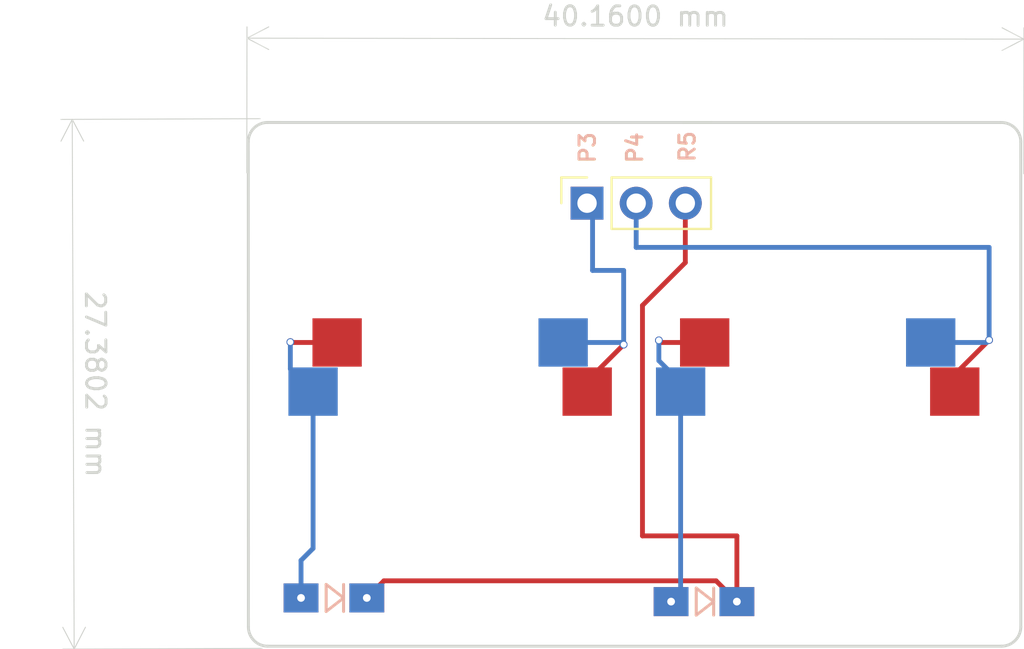
<source format=kicad_pcb>
(kicad_pcb (version 20211014) (generator pcbnew)
  (title_block (title "phoenix") (date "2022-12-31") (rev "v1.0.0") (company "Feencks"))
  (layers (0 "F.Cu" signal) (31 "B.Cu" signal) (34 "B.Paste" user) (35 "F.Paste" user) (36 "B.SilkS" user "B.Silkscreen") (37 "F.SilkS" user "F.Silkscreen") (38 "B.Mask" user) (39 "F.Mask" user) (44 "Edge.Cuts" user))
  (net 0 "")
  (net 1 "P3")
  (net 2 "P4")
  (net 3 "row5")
  (net 4 "R30")
  (net 5 "R31")
  (footprint "Connector_PinSocket_2.54mm:PinSocket_1x03_P2.54mm_Vertical" (layer "F.Cu") (at 147.4895 130.15019 90)
    (fp_text reference "REF**" hide)
    (fp_text value "PinSocket_1x03_P2.54mm_Vertical" hide)
    (fp_line (start -1.33 1.27) (end 1.33 1.27) (layer "F.SilkS") (width 0.12))
    (fp_line (start -1.33 6.41) (end 1.33 6.41) (layer "F.SilkS") (width 0.12))
    (fp_line (start -1.33 1.27) (end -1.33 6.41) (layer "F.SilkS") (width 0.12))
    (fp_line (start 0 -1.33) (end 1.33 -1.33) (layer "F.SilkS") (width 0.12))
    (fp_line (start 1.33 -1.33) (end 1.33 0) (layer "F.SilkS") (width 0.12))
    (fp_line (start 1.33 1.27) (end 1.33 6.41) (layer "F.SilkS") (width 0.12))
    (pad "1" thru_hole rect (at 0 0 90) (size 1.7 1.7) (drill 1) (layers *.Cu *.Mask) (net 1 "P3"))
    (pad "2" thru_hole oval (at 0 2.54 90) (size 1.7 1.7) (drill 1) (layers *.Cu *.Mask) (net 2 "P4"))
    (pad "3" thru_hole oval (at 0 5.08 90) (size 1.7 1.7) (drill 1) (layers *.Cu *.Mask) (net 3 "row5"))
  )
  (footprint "MX" (layer "F.Cu") (at 159.412 142.43)
    (fp_text reference "S7" hide)
    (fp_text value "" hide)
    (pad "" np_thru_hole circle locked (at 0 0) (size 3.9878 3.9878) (drill 3.9878) (layers *.Cu *.Mask))
    (pad "" np_thru_hole circle locked (at -5.08 0) (size 1.7018 1.7018) (drill 1.7018) (layers *.Cu *.Mask))
    (pad "" np_thru_hole circle locked (at -2.54 -5.08) (size 3 3) (drill 3) (layers *.Cu *.Mask))
    (pad "" np_thru_hole circle locked (at 2.54 -5.08) (size 3 3) (drill 3) (layers *.Cu *.Mask))
    (pad "" np_thru_hole circle locked (at 3.81 -2.54) (size 3 3) (drill 3) (layers *.Cu *.Mask))
    (pad "" np_thru_hole circle locked (at -3.81 -2.54) (size 3 3) (drill 3) (layers *.Cu *.Mask))
    (pad "" np_thru_hole circle locked (at 5.08 0) (size 1.7018 1.7018) (drill 1.7018) (layers *.Cu *.Mask))
    (pad "1" smd rect locked (at -7.085 -2.54 180) (size 2.55 2.5) (layers "B.Cu" "B.Paste" "B.Mask") (net 5 "R31"))
    (pad "1" smd rect locked (at -5.842 -5.08 180) (size 2.55 2.5) (layers "F.Cu" "F.Paste" "F.Mask") (net 5 "R31"))
    (pad "2" smd rect locked (at 5.842 -5.08 180) (size 2.55 2.5) (layers "B.Cu" "B.Paste" "B.Mask") (net 2 "P4"))
    (pad "2" smd rect locked (at 7.085 -2.54 180) (size 2.55 2.5) (layers "F.Cu" "F.Paste" "F.Mask") (net 2 "P4"))
  )
  (footprint "MX" (layer "F.Cu") (at 140.412 142.43)
    (fp_text reference "S2" hide)
    (fp_text value "" hide)
    (pad "" np_thru_hole circle locked (at 0 0) (size 3.9878 3.9878) (drill 3.9878) (layers *.Cu *.Mask))
    (pad "" np_thru_hole circle locked (at -2.54 -5.08) (size 3 3) (drill 3) (layers *.Cu *.Mask))
    (pad "" np_thru_hole circle locked (at 5.08 0) (size 1.7018 1.7018) (drill 1.7018) (layers *.Cu *.Mask))
    (pad "" np_thru_hole circle locked (at -5.08 0) (size 1.7018 1.7018) (drill 1.7018) (layers *.Cu *.Mask))
    (pad "" np_thru_hole circle locked (at 2.54 -5.08) (size 3 3) (drill 3) (layers *.Cu *.Mask))
    (pad "" np_thru_hole circle locked (at -3.81 -2.54) (size 3 3) (drill 3) (layers *.Cu *.Mask))
    (pad "" np_thru_hole circle locked (at 3.81 -2.54) (size 3 3) (drill 3) (layers *.Cu *.Mask))
    (pad "1" smd rect locked (at -5.842 -5.08 180) (size 2.55 2.5) (layers "F.Cu" "F.Paste" "F.Mask") (net 4 "R30"))
    (pad "1" smd rect locked (at -7.085 -2.54 180) (size 2.55 2.5) (layers "B.Cu" "B.Paste" "B.Mask") (net 4 "R30"))
    (pad "2" smd rect locked (at 5.842 -5.08 180) (size 2.55 2.5) (layers "B.Cu" "B.Paste" "B.Mask") (net 1 "P3"))
    (pad "2" smd rect locked (at 7.085 -2.54 180) (size 2.55 2.5) (layers "F.Cu" "F.Paste" "F.Mask") (net 1 "P3"))
  )
  (footprint "SofleKeyboard-footprint:Diode_SOD123" (layer "B.Cu") (at 153.5345 150.74519 180)
    (fp_text reference "D25" hide)
    (fp_text value "D" hide)
    (fp_line (start 0.4 -0.7) (end -0.5 0) (layer "B.SilkS") (width 0.15))
    (fp_line (start -0.5 0) (end 0.4 0.7) (layer "B.SilkS") (width 0.15))
    (fp_line (start 0.4 0.7) (end 0.4 -0.7) (layer "B.SilkS") (width 0.15))
    (fp_line (start -0.5 0.7) (end -0.5 -0.7) (layer "B.SilkS") (width 0.15))
    (fp_line (start -0.5 0) (end 0.4 0.7) (layer "F.SilkS") (width 0.15))
    (fp_line (start -0.5 0.7) (end -0.5 -0.7) (layer "F.SilkS") (width 0.15))
    (fp_line (start 0.4 0.7) (end 0.4 -0.7) (layer "F.SilkS") (width 0.15))
    (fp_line (start 0.4 -0.7) (end -0.5 0) (layer "F.SilkS") (width 0.15))
    (pad "1" thru_hole rect locked (at 1.7 0 180) (size 1.8 1.5) (drill 0.4) (layers *.Cu *.Mask) (net 5 "R31"))
    (pad "2" thru_hole rect locked (at -1.7 0 180) (size 1.8 1.5) (drill 0.4) (layers *.Cu *.Mask) (net 3 "row5"))
  )
  (footprint "SofleKeyboard-footprint:Diode_SOD123" (layer "B.Cu") (at 134.4045 150.55519 180)
    (fp_text reference "D25" hide)
    (fp_text value "D" hide)
    (fp_line (start 0.4 0.7) (end 0.4 -0.7) (layer "B.SilkS") (width 0.15))
    (fp_line (start -0.5 0) (end 0.4 0.7) (layer "B.SilkS") (width 0.15))
    (fp_line (start 0.4 -0.7) (end -0.5 0) (layer "B.SilkS") (width 0.15))
    (fp_line (start -0.5 0.7) (end -0.5 -0.7) (layer "B.SilkS") (width 0.15))
    (fp_line (start 0.4 -0.7) (end -0.5 0) (layer "F.SilkS") (width 0.15))
    (fp_line (start -0.5 0) (end 0.4 0.7) (layer "F.SilkS") (width 0.15))
    (fp_line (start 0.4 0.7) (end 0.4 -0.7) (layer "F.SilkS") (width 0.15))
    (fp_line (start -0.5 0.7) (end -0.5 -0.7) (layer "F.SilkS") (width 0.15))
    (pad "1" thru_hole rect locked (at 1.7 0 180) (size 1.8 1.5) (drill 0.4) (layers *.Cu *.Mask) (net 4 "R30"))
    (pad "2" thru_hole rect locked (at -1.7 0 180) (size 1.8 1.5) (drill 0.4) (layers *.Cu *.Mask) (net 3 "row5"))
  )
  (gr_arc (start 169.912891 152.04981) (mid 169.620511 152.752482) (end 168.92 153.05) (layer "Edge.Cuts") (width 0.15))
  (gr_line (start 129.9825 152.04981) (end 129.977109 126.977109) (layer "Edge.Cuts") (width 0.15))
  (gr_line (start 169.91 126.98) (end 169.912891 152.04981) (layer "Edge.Cuts") (width 0.15))
  (gr_arc (start 129.977109 126.977109) (mid 130.27 126.27) (end 130.977109 125.977109) (layer "Edge.Cuts") (width 0.15))
  (gr_arc (start 168.87 125.98) (mid 169.60288 126.258605) (end 169.91 126.98) (layer "Edge.Cuts") (width 0.15))
  (gr_line (start 130.9825 153.04981) (end 168.92 153.05) (layer "Edge.Cuts") (width 0.15))
  (gr_line (start 168.87 125.98) (end 130.977109 125.977109) (layer "Edge.Cuts") (width 0.15))
  (gr_arc (start 130.9825 153.04981) (mid 130.27539 152.756917) (end 129.9825 152.04981) (layer "Edge.Cuts") (width 0.15))
  (gr_text "R5" (at 152.67 127.22 90) (layer "B.SilkS") (effects (font (size 0.8 0.8))))
  (gr_text "P3" (at 147.51 127.28 90) (layer "B.SilkS") (effects (font (size 0.8 0.8))))
  (gr_text "P4" (at 149.96 127.28 90) (layer "B.SilkS") (effects (font (size 0.8 0.8))))
  (gr_text "P4" (at 149.96 127.29 90) (layer "F.SilkS") (effects (font (size 0.8 0.8))))
  (gr_text "R5" (at 152.67 127.23 90) (layer "F.SilkS") (effects (font (size 0.8 0.8))))
  (gr_text "P3" (at 147.51 127.29 90) (layer "F.SilkS") (effects (font (size 0.8 0.8))))
  (dimension (type aligned) (layer "Edge.Cuts") (pts (xy 131.09 125.78) (xy 131.19 153.16)) (height 10.212371) (gr_text "27,3802 mm" (at 122.077689 139.503098 270.2092605) (layer "Edge.Cuts") (effects (font (size 1 1) (thickness 0.15)))) (format (units 3) (units_format 1) (precision 4)) (style (thickness 0.05) (arrow_length 1.27) (text_position_mode 0) (extension_height 0.58642) (extension_offset 0.5) keep_text_aligned))
  (dimension (type aligned) (layer "Edge.Cuts") (pts (xy 129.9 129.08) (xy 170.06 129.13)) (height -7.460377) (gr_text "40,1600 mm" (at 149.99072 120.49463 359.9286657) (layer "Edge.Cuts") (effects (font (size 1 1) (thickness 0.15)))) (format (units 3) (units_format 1) (precision 4)) (style (thickness 0.05) (arrow_length 1.27) (text_position_mode 0) (extension_height 0.58642) (extension_offset 0.5) keep_text_aligned))
  (segment (start 147.497 139.345) (end 147.497 139.89) (width 0.25) (layer "F.Cu") (net 1))
  (segment (start 149.382 137.46) (end 147.497 139.345) (width 0.25) (layer "F.Cu") (net 1))
  (via (at 149.382 137.46) (size 0.4) (drill 0.3) (layers "F.Cu" "B.Cu") (net 1))
  (segment (start 149.382 137.46) (end 149.382 133.62519) (width 0.25) (layer "B.Cu") (net 1))
  (segment (start 147.7745 133.62519) (end 147.7745 130.43519) (width 0.25) (layer "B.Cu") (net 1))
  (segment (start 149.382 137.46) (end 149.272 137.35) (width 0.25) (layer "B.Cu") (net 1))
  (segment (start 147.7745 130.43519) (end 147.4895 130.15019) (width 0.25) (layer "B.Cu") (net 1))
  (segment (start 149.272 137.35) (end 146.254 137.35) (width 0.25) (layer "B.Cu") (net 1))
  (segment (start 149.382 133.62519) (end 147.7745 133.62519) (width 0.25) (layer "B.Cu") (net 1))
  (segment (start 166.497 139.00269) (end 166.497 139.89) (width 0.25) (layer "F.Cu") (net 2))
  (segment (start 168.2745 137.22519) (end 166.497 139.00269) (width 0.25) (layer "F.Cu") (net 2))
  (via (at 168.2745 137.22519) (size 0.4) (drill 0.3) (layers "F.Cu" "B.Cu") (net 2))
  (segment (start 168.2645 137.21519) (end 168.2745 137.22519) (width 0.25) (layer "B.Cu") (net 2))
  (segment (start 168.2745 132.43519) (end 150.0295 132.43519) (width 0.25) (layer "B.Cu") (net 2))
  (segment (start 168.2745 137.22519) (end 168.14969 137.35) (width 0.25) (layer "B.Cu") (net 2))
  (segment (start 168.14969 137.35) (end 165.254 137.35) (width 0.25) (layer "B.Cu") (net 2))
  (segment (start 150.0295 132.43519) (end 150.0295 130.15019) (width 0.25) (layer "B.Cu") (net 2))
  (segment (start 168.2745 137.22519) (end 168.2745 132.43519) (width 0.25) (layer "B.Cu") (net 2))
  (segment (start 150.3545 147.347785) (end 150.3545 135.43519) (width 0.25) (layer "F.Cu") (net 3))
  (segment (start 136.9895 149.67019) (end 154.1595 149.67019) (width 0.25) (layer "F.Cu") (net 3))
  (segment (start 154.1595 149.67019) (end 155.2345 150.74519) (width 0.25) (layer "F.Cu") (net 3))
  (segment (start 136.1045 150.55519) (end 136.9895 149.67019) (width 0.25) (layer "F.Cu") (net 3))
  (segment (start 155.2345 150.74519) (end 155.3045 150.67519) (width 0.25) (layer "F.Cu") (net 3))
  (segment (start 150.3545 135.43519) (end 152.5695 133.22019) (width 0.25) (layer "F.Cu") (net 3))
  (segment (start 136.042 150.8) (end 136.28681 150.55519) (width 0.25) (layer "F.Cu") (net 3))
  (segment (start 155.2345 150.74519) (end 155.2345 147.347785) (width 0.25) (layer "F.Cu") (net 3))
  (segment (start 152.5695 133.22019) (end 152.5695 130.15019) (width 0.25) (layer "F.Cu") (net 3))
  (segment (start 155.2345 147.347785) (end 150.3545 147.347785) (width 0.25) (layer "F.Cu") (net 3))
  (segment (start 134.57 137.35) (end 132.172 137.35) (width 0.25) (layer "F.Cu") (net 4))
  (segment (start 132.172 137.35) (end 132.152 137.33) (width 0.25) (layer "F.Cu") (net 4))
  (via (at 132.152 137.33) (size 0.4) (drill 0.3) (layers "F.Cu" "B.Cu") (net 4))
  (segment (start 132.152 138.715) (end 132.152 137.33) (width 0.25) (layer "B.Cu") (net 4))
  (segment (start 133.327 139.89) (end 133.327 147.99269) (width 0.25) (layer "B.Cu") (net 4))
  (segment (start 133.327 147.99269) (end 132.7045 148.61519) (width 0.25) (layer "B.Cu") (net 4))
  (segment (start 132.7045 148.61519) (end 132.7045 150.55519) (width 0.25) (layer "B.Cu") (net 4))
  (segment (start 133.327 139.89) (end 132.152 138.715) (width 0.25) (layer "B.Cu") (net 4))
  (segment (start 153.57 137.35) (end 151.312 137.35) (width 0.25) (layer "F.Cu") (net 5))
  (segment (start 151.312 137.35) (end 151.202 137.24) (width 0.25) (layer "F.Cu") (net 5))
  (via (at 151.202 137.24) (size 0.4) (drill 0.3) (layers "F.Cu" "B.Cu") (net 5))
  (segment (start 152.327 139.415) (end 151.202 138.29) (width 0.25) (layer "B.Cu") (net 5))
  (segment (start 151.202 138.29) (end 151.202 137.24) (width 0.25) (layer "B.Cu") (net 5))
  (segment (start 152.327 139.89) (end 152.327 139.415) (width 0.25) (layer "B.Cu") (net 5))
  (segment (start 152.327 150.25269) (end 151.8345 150.74519) (width 0.25) (layer "B.Cu") (net 5))
  (segment (start 152.327 139.89) (end 152.327 150.25269) (width 0.25) (layer "B.Cu") (net 5))
)
</source>
